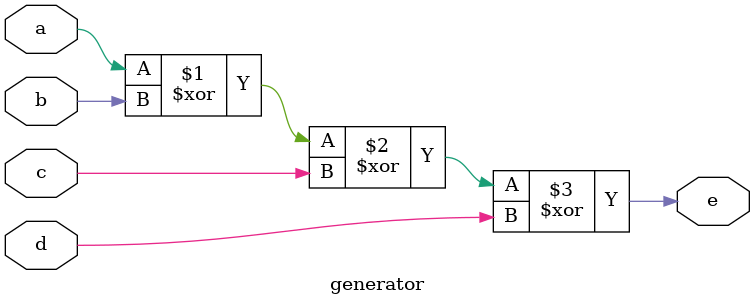
<source format=v>
`timescale 1ns / 1ps


module generator(
    input a,b,c,d,
    output e
    );
    
    assign e = a^b^c^d;
endmodule

</source>
